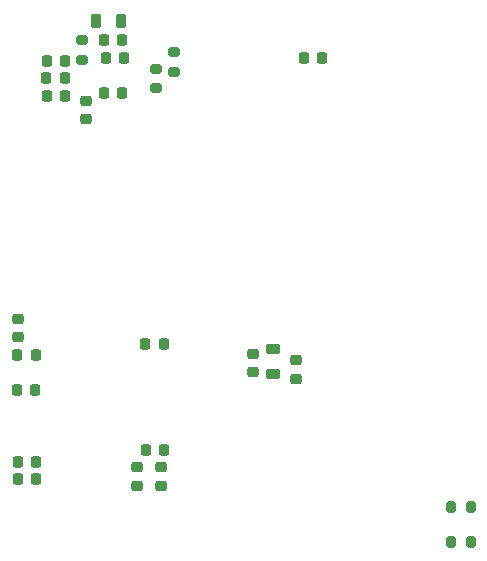
<source format=gbr>
%TF.GenerationSoftware,KiCad,Pcbnew,8.0.4-8.0.4-0~ubuntu22.04.1*%
%TF.CreationDate,2024-09-01T23:10:33+08:00*%
%TF.ProjectId,R820T_With_LCMXO2,52383230-545f-4576-9974-685f4c434d58,rev?*%
%TF.SameCoordinates,Original*%
%TF.FileFunction,Paste,Bot*%
%TF.FilePolarity,Positive*%
%FSLAX46Y46*%
G04 Gerber Fmt 4.6, Leading zero omitted, Abs format (unit mm)*
G04 Created by KiCad (PCBNEW 8.0.4-8.0.4-0~ubuntu22.04.1) date 2024-09-01 23:10:33*
%MOMM*%
%LPD*%
G01*
G04 APERTURE LIST*
G04 Aperture macros list*
%AMRoundRect*
0 Rectangle with rounded corners*
0 $1 Rounding radius*
0 $2 $3 $4 $5 $6 $7 $8 $9 X,Y pos of 4 corners*
0 Add a 4 corners polygon primitive as box body*
4,1,4,$2,$3,$4,$5,$6,$7,$8,$9,$2,$3,0*
0 Add four circle primitives for the rounded corners*
1,1,$1+$1,$2,$3*
1,1,$1+$1,$4,$5*
1,1,$1+$1,$6,$7*
1,1,$1+$1,$8,$9*
0 Add four rect primitives between the rounded corners*
20,1,$1+$1,$2,$3,$4,$5,0*
20,1,$1+$1,$4,$5,$6,$7,0*
20,1,$1+$1,$6,$7,$8,$9,0*
20,1,$1+$1,$8,$9,$2,$3,0*%
G04 Aperture macros list end*
%ADD10RoundRect,0.225000X0.225000X0.250000X-0.225000X0.250000X-0.225000X-0.250000X0.225000X-0.250000X0*%
%ADD11RoundRect,0.200000X-0.275000X0.200000X-0.275000X-0.200000X0.275000X-0.200000X0.275000X0.200000X0*%
%ADD12RoundRect,0.225000X0.250000X-0.225000X0.250000X0.225000X-0.250000X0.225000X-0.250000X-0.225000X0*%
%ADD13RoundRect,0.225000X-0.225000X-0.250000X0.225000X-0.250000X0.225000X0.250000X-0.225000X0.250000X0*%
%ADD14RoundRect,0.200000X0.275000X-0.200000X0.275000X0.200000X-0.275000X0.200000X-0.275000X-0.200000X0*%
%ADD15RoundRect,0.200000X0.200000X0.275000X-0.200000X0.275000X-0.200000X-0.275000X0.200000X-0.275000X0*%
%ADD16RoundRect,0.218750X0.381250X-0.218750X0.381250X0.218750X-0.381250X0.218750X-0.381250X-0.218750X0*%
%ADD17RoundRect,0.218750X-0.218750X-0.381250X0.218750X-0.381250X0.218750X0.381250X-0.218750X0.381250X0*%
%ADD18RoundRect,0.225000X-0.250000X0.225000X-0.250000X-0.225000X0.250000X-0.225000X0.250000X0.225000X0*%
G04 APERTURE END LIST*
D10*
%TO.C,C47*%
X122725000Y-94150000D03*
X121175000Y-94150000D03*
%TD*%
D11*
%TO.C,R13*%
X125625000Y-96575000D03*
X125625000Y-98225000D03*
%TD*%
D12*
%TO.C,C40*%
X123937500Y-131875001D03*
X123937500Y-130325001D03*
%TD*%
D11*
%TO.C,R5*%
X119325000Y-94150000D03*
X119325000Y-95800000D03*
%TD*%
D12*
%TO.C,C43*%
X119625000Y-100875000D03*
X119625000Y-99325000D03*
%TD*%
D13*
%TO.C,C38*%
X113887500Y-129850001D03*
X115437500Y-129850001D03*
%TD*%
D10*
%TO.C,C42*%
X126262500Y-128850001D03*
X124712500Y-128850001D03*
%TD*%
%TO.C,C48*%
X122875000Y-95650000D03*
X121325000Y-95650000D03*
%TD*%
D13*
%TO.C,C35*%
X113837500Y-120800001D03*
X115387500Y-120800001D03*
%TD*%
D10*
%TO.C,C8*%
X139675000Y-95650000D03*
X138125000Y-95650000D03*
%TD*%
D12*
%TO.C,C20*%
X137462500Y-122825001D03*
X137462500Y-121275001D03*
%TD*%
%TO.C,C39*%
X125987500Y-131875001D03*
X125987500Y-130325001D03*
%TD*%
D14*
%TO.C,R14*%
X127125000Y-96825000D03*
X127125000Y-95175000D03*
%TD*%
D15*
%TO.C,R1*%
X152225000Y-133700000D03*
X150575000Y-133700000D03*
%TD*%
D13*
%TO.C,C44*%
X116315000Y-97392500D03*
X117865000Y-97392500D03*
%TD*%
D12*
%TO.C,C19*%
X133812500Y-122275001D03*
X133812500Y-120725001D03*
%TD*%
D13*
%TO.C,C41*%
X113912500Y-131350001D03*
X115462500Y-131350001D03*
%TD*%
D15*
%TO.C,R2*%
X152225000Y-136650000D03*
X150575000Y-136650000D03*
%TD*%
D16*
%TO.C,L2*%
X135462500Y-122437501D03*
X135462500Y-120312501D03*
%TD*%
D13*
%TO.C,C46*%
X116325000Y-98900000D03*
X117875000Y-98900000D03*
%TD*%
%TO.C,C36*%
X113812500Y-123800001D03*
X115362500Y-123800001D03*
%TD*%
%TO.C,C45*%
X116340000Y-95882500D03*
X117890000Y-95882500D03*
%TD*%
D10*
%TO.C,C34*%
X126237500Y-119850001D03*
X124687500Y-119850001D03*
%TD*%
%TO.C,C64*%
X122750000Y-98600000D03*
X121200000Y-98600000D03*
%TD*%
D17*
%TO.C,L8*%
X120475000Y-92500000D03*
X122600000Y-92500000D03*
%TD*%
D18*
%TO.C,C33*%
X113937500Y-117775001D03*
X113937500Y-119325001D03*
%TD*%
M02*

</source>
